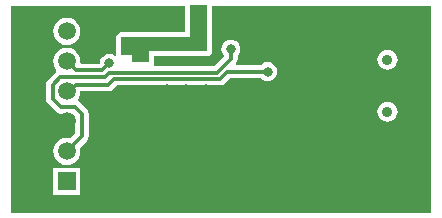
<source format=gbl>
G04 Layer_Physical_Order=2*
G04 Layer_Color=16711680*
%FSLAX25Y25*%
%MOIN*%
G70*
G01*
G75*
%ADD18C,0.01260*%
%ADD19C,0.01000*%
%ADD32C,0.03543*%
%ADD33C,0.05906*%
%ADD34R,0.05906X0.05906*%
%ADD35C,0.03150*%
G36*
X67716Y55905D02*
X48425D01*
Y52362D01*
X42520D01*
Y54724D01*
X38976D01*
Y60630D01*
X61811D01*
Y71260D01*
X67716D01*
Y55905D01*
D02*
G37*
G36*
X142373Y2115D02*
X2115D01*
Y71113D01*
X60205D01*
Y62236D01*
X38976D01*
X38362Y62113D01*
X37841Y61765D01*
X37493Y61244D01*
X37371Y60630D01*
Y54780D01*
X37236Y54662D01*
X36904Y54508D01*
X36628Y54720D01*
X35862Y55037D01*
X35039Y55145D01*
X34217Y55037D01*
X33451Y54720D01*
X32793Y54215D01*
X32288Y53557D01*
X31971Y52791D01*
X31863Y51971D01*
X31746Y51854D01*
X25714D01*
X25384Y52230D01*
X25433Y52598D01*
X25277Y53780D01*
X24821Y54882D01*
X24095Y55827D01*
X23149Y56553D01*
X22048Y57009D01*
X20866Y57165D01*
X19684Y57009D01*
X18583Y56553D01*
X17637Y55827D01*
X16911Y54882D01*
X16455Y53780D01*
X16299Y52598D01*
X16455Y51416D01*
X16911Y50315D01*
X17359Y49732D01*
X17354Y49351D01*
X17251Y49059D01*
X16914Y48834D01*
X14552Y46471D01*
X14065Y45742D01*
X13894Y44882D01*
Y40157D01*
X14065Y39297D01*
X14552Y38568D01*
X17308Y35812D01*
X18037Y35325D01*
X18898Y35154D01*
X22691D01*
X23736Y34108D01*
Y28648D01*
X22084Y26995D01*
X22048Y27009D01*
X20866Y27165D01*
X19684Y27009D01*
X18583Y26553D01*
X17637Y25828D01*
X16911Y24882D01*
X16455Y23780D01*
X16299Y22598D01*
X16455Y21417D01*
X16911Y20315D01*
X17637Y19369D01*
X18583Y18644D01*
X19684Y18187D01*
X20866Y18032D01*
X22048Y18187D01*
X23149Y18644D01*
X24095Y19369D01*
X24821Y20315D01*
X25277Y21417D01*
X25433Y22598D01*
X25277Y23780D01*
X25262Y23816D01*
X27574Y26127D01*
X28061Y26856D01*
X28232Y27716D01*
Y35039D01*
X28061Y35900D01*
X27574Y36629D01*
X25212Y38991D01*
X24698Y39334D01*
X24533Y39939D01*
X24821Y40315D01*
X25277Y41416D01*
X25433Y42598D01*
X25464Y42634D01*
X34646D01*
X35506Y42805D01*
X36235Y43292D01*
X37545Y44603D01*
X72047D01*
X72908Y44774D01*
X73637Y45261D01*
X75341Y46965D01*
X85551D01*
X86207Y46461D01*
X86973Y46144D01*
X87795Y46036D01*
X88617Y46144D01*
X89384Y46461D01*
X90042Y46966D01*
X90546Y47624D01*
X90864Y48390D01*
X90972Y49213D01*
X90864Y50035D01*
X90546Y50801D01*
X90042Y51459D01*
X89384Y51964D01*
X88617Y52281D01*
X87795Y52389D01*
X86973Y52281D01*
X86207Y51964D01*
X85551Y51460D01*
X77340D01*
X77149Y51922D01*
X77180Y51954D01*
X77667Y52683D01*
X77838Y53543D01*
Y54449D01*
X78342Y55105D01*
X78659Y55871D01*
X78767Y56693D01*
X78659Y57515D01*
X78342Y58281D01*
X77837Y58939D01*
X77179Y59444D01*
X76413Y59761D01*
X75590Y59870D01*
X74768Y59761D01*
X74002Y59444D01*
X73344Y58939D01*
X72839Y58281D01*
X72522Y57515D01*
X72414Y56693D01*
X72522Y55871D01*
X72839Y55105D01*
X73331Y54463D01*
X71662Y52794D01*
X71614Y52762D01*
X69919Y51067D01*
X50055D01*
X49788Y51567D01*
X49909Y51748D01*
X50031Y52362D01*
Y54300D01*
X67716D01*
X68331Y54422D01*
X68852Y54770D01*
X69200Y55291D01*
X69322Y55905D01*
Y71113D01*
X142373D01*
Y2115D01*
D02*
G37*
%LPC*%
G36*
X127756Y39202D02*
X126882Y39087D01*
X126068Y38750D01*
X125369Y38214D01*
X124833Y37514D01*
X124496Y36700D01*
X124381Y35827D01*
X124496Y34953D01*
X124833Y34139D01*
X125369Y33440D01*
X126068Y32904D01*
X126882Y32566D01*
X127756Y32451D01*
X128630Y32566D01*
X129444Y32904D01*
X130143Y33440D01*
X130679Y34139D01*
X131016Y34953D01*
X131131Y35827D01*
X131016Y36700D01*
X130679Y37514D01*
X130143Y38214D01*
X129444Y38750D01*
X128630Y39087D01*
X127756Y39202D01*
D02*
G37*
G36*
X25394Y17126D02*
X16339D01*
Y8071D01*
X25394D01*
Y17126D01*
D02*
G37*
G36*
X20866Y67165D02*
X19684Y67009D01*
X18583Y66553D01*
X17637Y65828D01*
X16911Y64882D01*
X16455Y63780D01*
X16299Y62598D01*
X16455Y61417D01*
X16911Y60315D01*
X17637Y59369D01*
X18583Y58644D01*
X19684Y58187D01*
X20866Y58032D01*
X22048Y58187D01*
X23149Y58644D01*
X24095Y59369D01*
X24821Y60315D01*
X25277Y61417D01*
X25433Y62598D01*
X25277Y63780D01*
X24821Y64882D01*
X24095Y65828D01*
X23149Y66553D01*
X22048Y67009D01*
X20866Y67165D01*
D02*
G37*
G36*
X127756Y56525D02*
X126882Y56410D01*
X126068Y56073D01*
X125369Y55536D01*
X124833Y54837D01*
X124496Y54023D01*
X124381Y53150D01*
X124496Y52276D01*
X124833Y51462D01*
X125369Y50763D01*
X126068Y50226D01*
X126882Y49889D01*
X127756Y49774D01*
X128630Y49889D01*
X129444Y50226D01*
X130143Y50763D01*
X130679Y51462D01*
X131016Y52276D01*
X131131Y53150D01*
X131016Y54023D01*
X130679Y54837D01*
X130143Y55536D01*
X129444Y56073D01*
X128630Y56410D01*
X127756Y56525D01*
D02*
G37*
%LPD*%
D18*
X16142Y44882D02*
X18504Y47244D01*
X20866Y22598D02*
X25984Y27716D01*
Y35039D01*
X23622Y37402D02*
X25984Y35039D01*
X18898Y37402D02*
X23622D01*
X16142Y40157D02*
X18898Y37402D01*
X16142Y40157D02*
Y44882D01*
X75590Y53543D02*
Y56693D01*
X20866Y52598D02*
X23858Y49606D01*
X32677D01*
X35039Y51968D01*
X73204Y51172D02*
X73220D01*
X75590Y53543D01*
X21732Y42598D02*
X24016Y44882D01*
X18504Y47244D02*
X33465D01*
X24016Y44882D02*
X34646D01*
X36614Y46850D01*
X33465Y47244D02*
X35039Y48819D01*
X70850D01*
X73204Y51172D01*
X36614Y46850D02*
X72047D01*
X74409Y49213D01*
X87795D01*
D19*
X20866Y42598D02*
X21732D01*
D32*
X127756Y53150D02*
D03*
Y35827D02*
D03*
D33*
X20866Y62598D02*
D03*
Y52598D02*
D03*
Y42598D02*
D03*
Y32598D02*
D03*
Y22598D02*
D03*
D34*
Y12598D02*
D03*
D35*
X35039Y51968D02*
D03*
X11417Y31102D02*
D03*
Y39764D02*
D03*
X22441Y5118D02*
D03*
X11417D02*
D03*
X33858D02*
D03*
X87795Y49213D02*
D03*
X54331Y43307D02*
D03*
X60630D02*
D03*
X67323D02*
D03*
Y33465D02*
D03*
X60630D02*
D03*
X54331D02*
D03*
X60630Y38583D02*
D03*
X54331D02*
D03*
X67323D02*
D03*
X98425Y28740D02*
D03*
X86221Y30709D02*
D03*
X77165Y23622D02*
D03*
X101181Y12598D02*
D03*
X114567Y5512D02*
D03*
X101181D02*
D03*
X81102Y5118D02*
D03*
X68504D02*
D03*
X55118D02*
D03*
X137008Y15354D02*
D03*
X130709Y5512D02*
D03*
X75590Y56693D02*
D03*
X86614Y38189D02*
D03*
X46850Y5118D02*
D03*
X41732Y57874D02*
D03*
X45276Y55118D02*
D03*
X12598Y67323D02*
D03*
Y61417D02*
D03*
X28740Y66142D02*
D03*
X42520D02*
D03*
X64567Y68898D02*
D03*
Y64173D02*
D03*
X93701Y57874D02*
D03*
X87795Y54331D02*
D03*
X94488Y66929D02*
D03*
X89370Y62205D02*
D03*
X108661Y53150D02*
D03*
X98425Y52756D02*
D03*
X104724Y67323D02*
D03*
M02*

</source>
